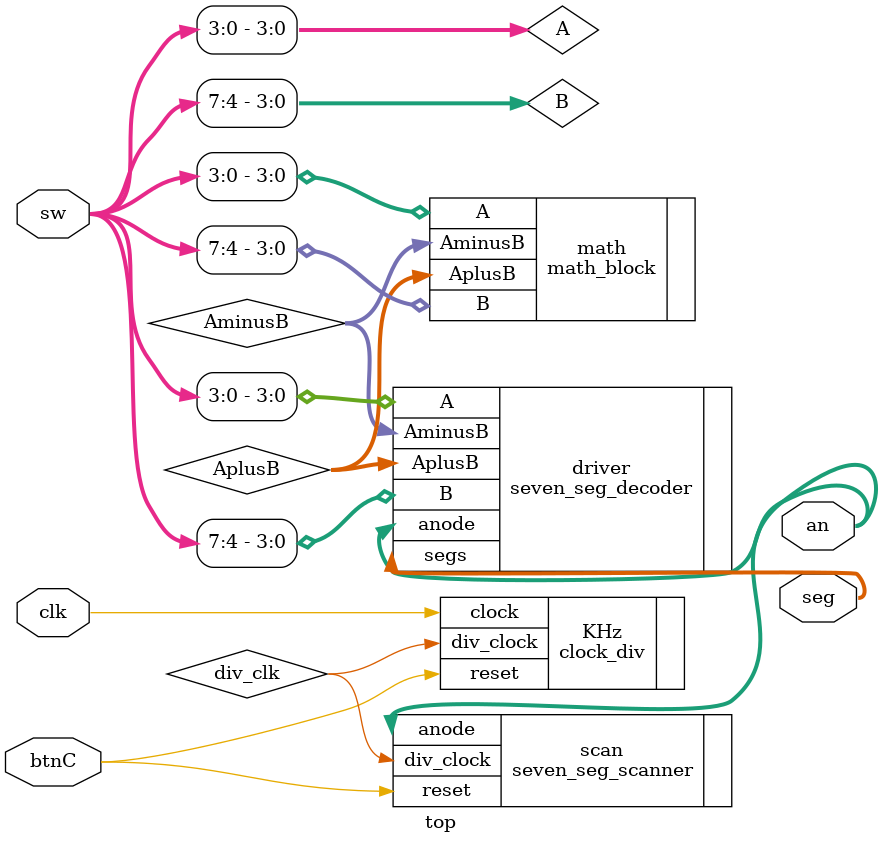
<source format=v>
module top
#(
    parameter DIVIDE_BY = 17 // Use this when passing in to your clock div!
    // The test bench will set it appropriately for testing
    
)
(
    input [7:0] sw, // A and B
    input clk, // 100 MHz board clock
    input btnC, // Reset
    output [3:0] an, // 7seg anodes
    output [6:0] seg // 7seg segments
);
    wire div_clk;
    wire [3:0] A = sw[3:0];
    wire [3:0] B = sw[7:4];
    wire [3:0] AplusB, AminusB;
    
    //instantiate the clock divider
    clock_div #(.DIVIDE_BY(DIVIDE_BY)) KHz(
        .reset(btnC),
        .clock(clk),
        .div_clock(div_clk)
    );

    //wires the clock divider wire to the scanner
    seven_seg_scanner scan(
        .div_clock(div_clk),
        .reset(btnC),
        .anode(an)
    );
    
    math_block math (
        .A(A),
        .B(B),
        .AplusB(AplusB),
        .AminusB(AminusB)
    );

    //connects scanner (A and B) and math block (AplusB and AminusB) to the decoder
    seven_seg_decoder driver (
        .A(A),
        .B(B),
        .AplusB(AplusB),
        .AminusB(AminusB),
        .anode(an),
        .segs(seg[6:0])
    );

endmodule
</source>
